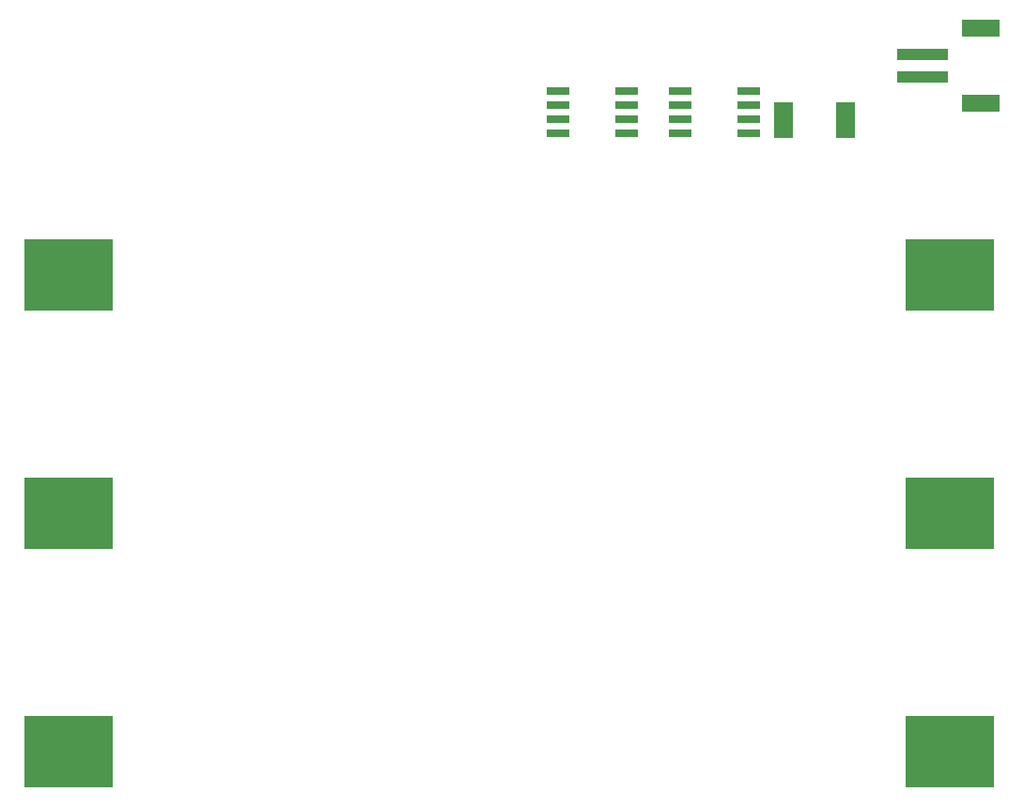
<source format=gbr>
%TF.GenerationSoftware,KiCad,Pcbnew,(6.0.2)*%
%TF.CreationDate,2022-05-05T15:15:48-07:00*%
%TF.ProjectId,Bat_Board_v3.104,4261745f-426f-4617-9264-5f76332e3130,rev?*%
%TF.SameCoordinates,Original*%
%TF.FileFunction,Paste,Bot*%
%TF.FilePolarity,Positive*%
%FSLAX46Y46*%
G04 Gerber Fmt 4.6, Leading zero omitted, Abs format (unit mm)*
G04 Created by KiCad (PCBNEW (6.0.2)) date 2022-05-05 15:15:48*
%MOMM*%
%LPD*%
G01*
G04 APERTURE LIST*
%ADD10R,8.000000X6.500000*%
%ADD11R,2.032000X0.660400*%
%ADD12R,1.778000X3.175000*%
%ADD13R,4.600000X1.000000*%
%ADD14R,3.400001X1.600000*%
G04 APERTURE END LIST*
D10*
%TO.C,BAT3*%
X182894000Y-128224400D03*
X103494000Y-128224400D03*
%TD*%
D11*
%TO.C,Q4*%
X147620600Y-72379400D03*
X147620600Y-71109400D03*
X147620600Y-69839400D03*
X147620600Y-68569400D03*
X153767400Y-68569400D03*
X153767400Y-69839400D03*
X153767400Y-71109400D03*
X153767400Y-72379400D03*
%TD*%
D10*
%TO.C,BAT2*%
X182894000Y-106724400D03*
X103494000Y-106724400D03*
%TD*%
D11*
%TO.C,Q3*%
X164767400Y-68569400D03*
X164767400Y-69839400D03*
X164767400Y-71109400D03*
X164767400Y-72379400D03*
X158620600Y-72379400D03*
X158620600Y-71109400D03*
X158620600Y-69839400D03*
X158620600Y-68569400D03*
%TD*%
D12*
%TO.C,R8*%
X173488000Y-71224400D03*
X167900000Y-71224400D03*
%TD*%
D10*
%TO.C,BAT1*%
X182894000Y-85224400D03*
X103494000Y-85224400D03*
%TD*%
D13*
%TO.C,J4*%
X180480007Y-65310005D03*
X180480007Y-67310005D03*
D14*
X185680000Y-69710000D03*
X185680000Y-62910014D03*
%TD*%
M02*

</source>
